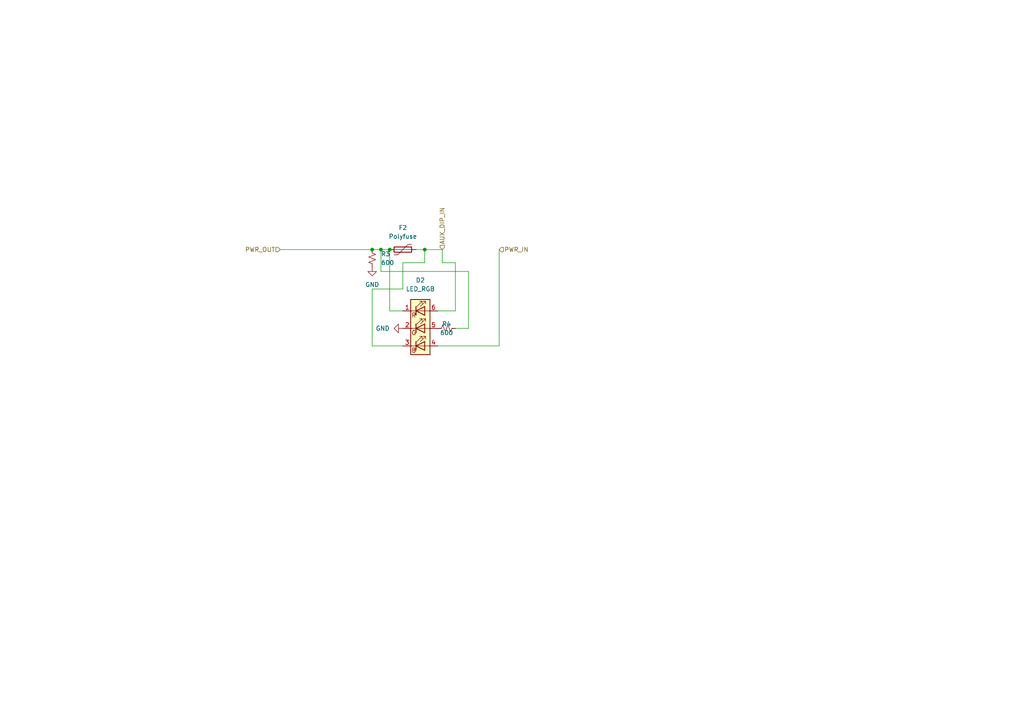
<source format=kicad_sch>
(kicad_sch (version 20211123) (generator eeschema)
  (paper "A4")
  (lib_symbols
    (symbol "Device:LED_RGB" (pin_names (offset 0) hide)
      (property "Reference" "D" (at 0 9.398 0))
      (property "Value" "LED_RGB" (at 0 -8.89 0))
      (symbol "LED_RGB_0_0"
        (text "B" (at -1.905 -6.35 0) (effects (font (size 1.27 1.27))))
        (text "G" (at -1.905 -1.27 0) (effects (font (size 1.27 1.27))))
        (text "R" (at -1.905 3.81 0) (effects (font (size 1.27 1.27))))
      )
      (symbol "LED_RGB_0_1"
        (polyline (pts (xy -1.27 -5.08) (xy -2.54 -5.08)))
        (polyline (pts (xy -1.27 -5.08) (xy 1.27 -5.08)))
        (polyline (pts (xy -1.27 -3.81) (xy -1.27 -6.35)) (stroke (width 0.254)))
        (polyline (pts (xy -1.27 0) (xy -2.54 0)))
        (polyline (pts (xy -1.27 1.27) (xy -1.27 -1.27)) (stroke (width 0.254)))
        (polyline (pts (xy -1.27 5.08) (xy -2.54 5.08)))
        (polyline (pts (xy -1.27 5.08) (xy 1.27 5.08)))
        (polyline (pts (xy -1.27 6.35) (xy -1.27 3.81)) (stroke (width 0.254)))
        (polyline (pts (xy 1.27 -5.08) (xy 2.54 -5.08)))
        (polyline (pts (xy 1.27 0) (xy -1.27 0)))
        (polyline (pts (xy 1.27 0) (xy 2.54 0)))
        (polyline (pts (xy 1.27 5.08) (xy 2.54 5.08)))
        (polyline (pts (xy -1.27 1.27) (xy -1.27 -1.27) (xy -1.27 -1.27)))
        (polyline (pts (xy -1.27 6.35) (xy -1.27 3.81) (xy -1.27 3.81)))
        (polyline (pts (xy 1.27 -3.81) (xy 1.27 -6.35) (xy -1.27 -5.08) (xy 1.27 -3.81)) (stroke (width 0.254)))
        (polyline (pts (xy 1.27 1.27) (xy 1.27 -1.27) (xy -1.27 0) (xy 1.27 1.27)) (stroke (width 0.254)))
        (polyline (pts (xy 1.27 6.35) (xy 1.27 3.81) (xy -1.27 5.08) (xy 1.27 6.35)) (stroke (width 0.254)))
        (polyline (pts (xy -1.016 -3.81) (xy 0.508 -2.286) (xy -0.254 -2.286) (xy 0.508 -2.286) (xy 0.508 -3.048)))
        (polyline (pts (xy -1.016 1.27) (xy 0.508 2.794) (xy -0.254 2.794) (xy 0.508 2.794) (xy 0.508 2.032)))
        (polyline (pts (xy -1.016 6.35) (xy 0.508 7.874) (xy -0.254 7.874) (xy 0.508 7.874) (xy 0.508 7.112)))
        (polyline (pts (xy 0 -3.81) (xy 1.524 -2.286) (xy 0.762 -2.286) (xy 1.524 -2.286) (xy 1.524 -3.048)))
        (polyline (pts (xy 0 1.27) (xy 1.524 2.794) (xy 0.762 2.794) (xy 1.524 2.794) (xy 1.524 2.032)))
        (polyline (pts (xy 0 6.35) (xy 1.524 7.874) (xy 0.762 7.874) (xy 1.524 7.874) (xy 1.524 7.112)))
        (rectangle (start 1.27 -1.27) (end 1.27 1.27))
        (rectangle (start 1.27 1.27) (end 1.27 1.27))
        (rectangle (start 1.27 3.81) (end 1.27 6.35))
        (rectangle (start 1.27 6.35) (end 1.27 6.35))
        (rectangle (start 2.794 8.382) (end -2.794 -7.62) (stroke (width 0.254)) (fill (type background)))
      )
      (symbol "LED_RGB_1_1"
        (pin passive line (at -5.08 5.08 0) (length 2.54) (name "RK") (number "1"))
        (pin passive line (at -5.08 0 0) (length 2.54) (name "GK") (number "2"))
        (pin passive line (at -5.08 -5.08 0) (length 2.54) (name "BK") (number "3"))
        (pin passive line (at 5.08 -5.08 180) (length 2.54) (name "BA") (number "4"))
        (pin passive line (at 5.08 0 180) (length 2.54) (name "GA") (number "5"))
        (pin passive line (at 5.08 5.08 180) (length 2.54) (name "RA") (number "6"))
      )
    )
    (symbol "Device:Polyfuse" (pin_numbers hide) (pin_names (offset 0))
      (property "Reference" "F" (at -2.54 0 90))
      (property "Value" "Polyfuse" (at 2.54 0 90))
      (symbol "Polyfuse_0_1"
        (rectangle (start -0.762 2.54) (end 0.762 -2.54) (stroke (width 0.254)))
        (polyline (pts (xy 0 2.54) (xy 0 -2.54)))
        (polyline (pts (xy -1.524 2.54) (xy -1.524 1.524) (xy 1.524 -1.524) (xy 1.524 -2.54)))
      )
      (symbol "Polyfuse_1_1"
        (pin passive line (at 0 3.81 270) (length 1.27) (name "~") (number "1"))
        (pin passive line (at 0 -3.81 90) (length 1.27) (name "~") (number "2"))
      )
    )
    (symbol "Device:R_Small_US" (pin_numbers hide) (pin_names (offset 0.254) hide)
      (property "Reference" "R" (at 0.762 0.508 0))
      (property "Value" "R_Small_US" (at 0.762 -1.016 0))
      (symbol "R_Small_US_1_1"
        (polyline (pts (xy 0 0) (xy 1.016 -0.381) (xy 0 -0.762) (xy -1.016 -1.143) (xy 0 -1.524)))
        (polyline (pts (xy 0 1.524) (xy 1.016 1.143) (xy 0 0.762) (xy -1.016 0.381) (xy 0 0)))
        (pin passive line (at 0 2.54 270) (length 1.016) (name "~") (number "1"))
        (pin passive line (at 0 -2.54 90) (length 1.016) (name "~") (number "2"))
      )
    )
    (symbol "power:GND" (power) (pin_names (offset 0))
      (property "Value" "GND" (at 0 -3.81 0))
      (symbol "GND_0_1"
        (polyline (pts (xy 0 0) (xy 0 -1.27) (xy 1.27 -1.27) (xy 0 -2.54) (xy -1.27 -1.27) (xy 0 -1.27)))
      )
      (symbol "GND_1_1"
        (pin power_in line (at 0 0 270) (length 0) hide (name "GND") (number "1"))
      )
    )
  )
  (junction (at 113.03 72.39))
  (junction (at 110.49 72.39))
  (junction (at 107.95 72.39))
  (junction (at 123.19 72.39))
  (wire (pts (xy 132.08 76.2) (xy 128.27 76.2)))
  (wire (pts (xy 132.08 95.25) (xy 135.89 95.25)))
  (wire (pts (xy 144.78 72.39) (xy 144.78 100.33)))
  (wire (pts (xy 135.89 95.25) (xy 135.89 78.74)))
  (wire (pts (xy 116.84 76.2) (xy 123.19 76.2)))
  (wire (pts (xy 127 100.33) (xy 144.78 100.33)))
  (wire (pts (xy 128.27 76.2) (xy 128.27 72.39)))
  (wire (pts (xy 123.19 76.2) (xy 123.19 72.39)))
  (wire (pts (xy 128.27 72.39) (xy 123.19 72.39)))
  (wire (pts (xy 110.49 78.74) (xy 110.49 72.39)))
  (wire (pts (xy 132.08 90.17) (xy 132.08 76.2)))
  (wire (pts (xy 127 90.17) (xy 132.08 90.17)))
  (wire (pts (xy 135.89 78.74) (xy 110.49 78.74)))
  (wire (pts (xy 107.95 100.33) (xy 116.84 100.33)))
  (wire (pts (xy 107.95 72.39) (xy 110.49 72.39)))
  (wire (pts (xy 107.95 83.82) (xy 116.84 83.82)))
  (wire (pts (xy 110.49 72.39) (xy 113.03 72.39)))
  (wire (pts (xy 107.95 100.33) (xy 107.95 83.82)))
  (wire (pts (xy 123.19 72.39) (xy 120.65 72.39)))
  (wire (pts (xy 81.28 72.39) (xy 107.95 72.39)))
  (wire (pts (xy 116.84 90.17) (xy 113.03 90.17)))
  (wire (pts (xy 113.03 72.39) (xy 113.03 90.17)))
  (wire (pts (xy 116.84 83.82) (xy 116.84 76.2)))
  (hierarchical_label "PWR_IN" (shape input) (at 144.78 72.39 0))
  (hierarchical_label "PWR_OUT" (shape input) (at 81.28 72.39 180))
  (hierarchical_label "AUX_DIP_IN" (shape input) (at 128.27 72.39 90))
  (symbol (lib_id "Device:LED_RGB") (at 121.92 95.25 0) (unit 1)
    (property "Reference" "D2" (at 121.92 81.28 0))
    (property "Value" "LED_RGB" (at 121.92 83.82 0))
    (property "Footprint" "LED_SMD:LED_Avago_PLCC6_3x2.8mm" (effects hide))
  )
  (symbol (lib_id "Device:R_Small_US") (at 107.95 74.93 0) (unit 1)
    (property "Reference" "R3" (at 110.49 73.6599 0) (effects (justify left)))
    (property "Value" "600" (at 110.49 76.1999 0) (effects (justify left)))
    (property "Footprint" "Resistor_SMD:R_0402_1005Metric" (effects hide))
  )
  (symbol (lib_id "power:GND") (at 107.95 77.47 0) (unit 1)
    (property "Reference" "#PWR08" (effects hide))
    (property "Value" "GND" (at 107.95 82.55 0))
  )
  (symbol (lib_id "power:GND") (at 116.84 95.25 270) (unit 1)
    (property "Reference" "#PWR09" (effects hide))
    (property "Value" "GND" (at 113.03 95.2499 90) (effects (justify right)))
  )
  (symbol (lib_id "Device:Polyfuse") (at 116.84 72.39 90) (unit 1)
    (property "Reference" "F2" (at 116.84 66.04 90))
    (property "Value" "Polyfuse" (at 116.84 68.58 90))
    (property "Footprint" "Fuse:Fuse_2920_7451Metric" (effects hide))
  )
  (symbol (lib_id "Device:R_Small_US") (at 129.54 95.25 90) (unit 1)
    (property "Reference" "R4" (at 129.54 93.98 90))
    (property "Value" "600" (at 129.54 96.52 90))
    (property "Footprint" "Resistor_SMD:R_0402_1005Metric" (effects hide))
  )
)
</source>
